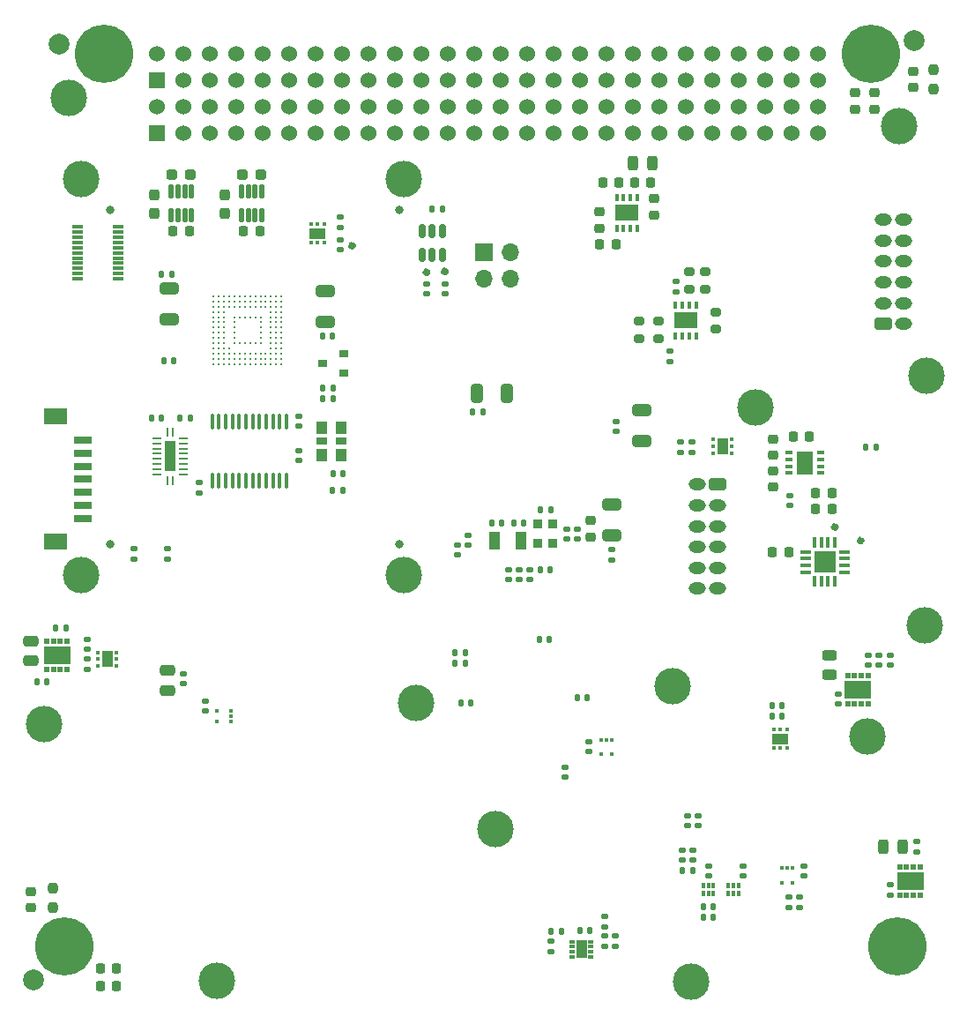
<source format=gbs>
G04 #@! TF.GenerationSoftware,KiCad,Pcbnew,7.0.0-da2b9df05c~171~ubuntu22.04.1*
G04 #@! TF.CreationDate,2023-04-04T23:18:37+03:00*
G04 #@! TF.ProjectId,satnogs-comms,7361746e-6f67-4732-9d63-6f6d6d732e6b,rev?*
G04 #@! TF.SameCoordinates,PX4eb9cf0PY82ce540*
G04 #@! TF.FileFunction,Soldermask,Bot*
G04 #@! TF.FilePolarity,Negative*
%FSLAX46Y46*%
G04 Gerber Fmt 4.6, Leading zero omitted, Abs format (unit mm)*
G04 Created by KiCad (PCBNEW 7.0.0-da2b9df05c~171~ubuntu22.04.1) date 2023-04-04 23:18:37*
%MOMM*%
%LPD*%
G01*
G04 APERTURE LIST*
G04 Aperture macros list*
%AMRoundRect*
0 Rectangle with rounded corners*
0 $1 Rounding radius*
0 $2 $3 $4 $5 $6 $7 $8 $9 X,Y pos of 4 corners*
0 Add a 4 corners polygon primitive as box body*
4,1,4,$2,$3,$4,$5,$6,$7,$8,$9,$2,$3,0*
0 Add four circle primitives for the rounded corners*
1,1,$1+$1,$2,$3*
1,1,$1+$1,$4,$5*
1,1,$1+$1,$6,$7*
1,1,$1+$1,$8,$9*
0 Add four rect primitives between the rounded corners*
20,1,$1+$1,$2,$3,$4,$5,0*
20,1,$1+$1,$4,$5,$6,$7,0*
20,1,$1+$1,$6,$7,$8,$9,0*
20,1,$1+$1,$8,$9,$2,$3,0*%
%AMOutline4P*
0 Free polygon, 4 corners , with rotation*
0 The origin of the aperture is its center*
0 number of corners: always 4*
0 $1 to $8 corner X, Y*
0 $9 Rotation angle, in degrees counterclockwise*
0 create outline with 4 corners*
4,1,4,$1,$2,$3,$4,$5,$6,$7,$8,$1,$2,$9*%
G04 Aperture macros list end*
%ADD10C,0.600000*%
%ADD11R,1.524000X1.524000*%
%ADD12C,1.524000*%
%ADD13C,5.600000*%
%ADD14C,3.500000*%
%ADD15R,1.700000X1.700000*%
%ADD16O,1.700000X1.700000*%
%ADD17C,0.800000*%
%ADD18RoundRect,0.250000X-0.575000X0.350000X-0.575000X-0.350000X0.575000X-0.350000X0.575000X0.350000X0*%
%ADD19O,1.650000X1.200000*%
%ADD20RoundRect,0.250000X0.575000X-0.350000X0.575000X0.350000X-0.575000X0.350000X-0.575000X-0.350000X0*%
%ADD21RoundRect,0.147500X0.172500X-0.147500X0.172500X0.147500X-0.172500X0.147500X-0.172500X-0.147500X0*%
%ADD22RoundRect,0.147500X-0.147500X-0.172500X0.147500X-0.172500X0.147500X0.172500X-0.147500X0.172500X0*%
%ADD23RoundRect,0.087500X-0.425000X-0.087500X0.425000X-0.087500X0.425000X0.087500X-0.425000X0.087500X0*%
%ADD24RoundRect,0.087500X-0.087500X-0.425000X0.087500X-0.425000X0.087500X0.425000X-0.087500X0.425000X0*%
%ADD25R,2.100000X2.100000*%
%ADD26RoundRect,0.218750X-0.218750X-0.256250X0.218750X-0.256250X0.218750X0.256250X-0.218750X0.256250X0*%
%ADD27RoundRect,0.237500X0.287500X0.237500X-0.287500X0.237500X-0.287500X-0.237500X0.287500X-0.237500X0*%
%ADD28RoundRect,0.237500X0.237500X-0.287500X0.237500X0.287500X-0.237500X0.287500X-0.237500X-0.287500X0*%
%ADD29C,0.240000*%
%ADD30RoundRect,0.218750X0.256250X-0.218750X0.256250X0.218750X-0.256250X0.218750X-0.256250X-0.218750X0*%
%ADD31RoundRect,0.218750X0.218750X0.256250X-0.218750X0.256250X-0.218750X-0.256250X0.218750X-0.256250X0*%
%ADD32RoundRect,0.075000X-0.075000X0.275000X-0.075000X-0.275000X0.075000X-0.275000X0.075000X0.275000X0*%
%ADD33R,2.300000X1.500000*%
%ADD34RoundRect,0.147500X0.147500X0.172500X-0.147500X0.172500X-0.147500X-0.172500X0.147500X-0.172500X0*%
%ADD35RoundRect,0.250000X-0.650000X0.325000X-0.650000X-0.325000X0.650000X-0.325000X0.650000X0.325000X0*%
%ADD36RoundRect,0.147500X-0.172500X0.147500X-0.172500X-0.147500X0.172500X-0.147500X0.172500X0.147500X0*%
%ADD37RoundRect,0.250000X0.325000X0.650000X-0.325000X0.650000X-0.325000X-0.650000X0.325000X-0.650000X0*%
%ADD38RoundRect,0.218750X-0.256250X0.218750X-0.256250X-0.218750X0.256250X-0.218750X0.256250X0.218750X0*%
%ADD39R,1.000000X1.800000*%
%ADD40RoundRect,0.250000X0.650000X-0.325000X0.650000X0.325000X-0.650000X0.325000X-0.650000X-0.325000X0*%
%ADD41R,0.470000X0.560000*%
%ADD42C,1.000000*%
%ADD43R,2.520000X1.700000*%
%ADD44RoundRect,0.243750X0.243750X0.456250X-0.243750X0.456250X-0.243750X-0.456250X0.243750X-0.456250X0*%
%ADD45RoundRect,0.140000X0.140000X0.170000X-0.140000X0.170000X-0.140000X-0.170000X0.140000X-0.170000X0*%
%ADD46RoundRect,0.135000X-0.135000X-0.185000X0.135000X-0.185000X0.135000X0.185000X-0.135000X0.185000X0*%
%ADD47RoundRect,0.135000X-0.185000X0.135000X-0.185000X-0.135000X0.185000X-0.135000X0.185000X0.135000X0*%
%ADD48RoundRect,0.093750X0.093750X0.106250X-0.093750X0.106250X-0.093750X-0.106250X0.093750X-0.106250X0*%
%ADD49R,1.000000X1.600000*%
%ADD50RoundRect,0.093750X0.106250X-0.093750X0.106250X0.093750X-0.106250X0.093750X-0.106250X-0.093750X0*%
%ADD51R,1.600000X1.000000*%
%ADD52R,0.300000X0.450000*%
%ADD53RoundRect,0.243750X-0.456250X0.243750X-0.456250X-0.243750X0.456250X-0.243750X0.456250X0.243750X0*%
%ADD54RoundRect,0.135000X0.185000X-0.135000X0.185000X0.135000X-0.185000X0.135000X-0.185000X-0.135000X0*%
%ADD55RoundRect,0.075000X-0.275000X-0.075000X0.275000X-0.075000X0.275000X0.075000X-0.275000X0.075000X0*%
%ADD56R,1.500000X2.300000*%
%ADD57RoundRect,0.140000X0.170000X-0.140000X0.170000X0.140000X-0.170000X0.140000X-0.170000X-0.140000X0*%
%ADD58R,0.300000X0.520000*%
%ADD59R,0.300000X0.490000*%
%ADD60R,0.500000X0.300000*%
%ADD61R,1.050000X1.750000*%
%ADD62RoundRect,0.243750X-0.243750X-0.456250X0.243750X-0.456250X0.243750X0.456250X-0.243750X0.456250X0*%
%ADD63R,1.800000X0.700000*%
%ADD64R,2.200000X1.600000*%
%ADD65R,0.900000X0.800000*%
%ADD66RoundRect,0.135000X0.135000X0.185000X-0.135000X0.185000X-0.135000X-0.185000X0.135000X-0.185000X0*%
%ADD67RoundRect,0.100000X-0.100000X0.637500X-0.100000X-0.637500X0.100000X-0.637500X0.100000X0.637500X0*%
%ADD68RoundRect,0.125000X0.125000X-0.537500X0.125000X0.537500X-0.125000X0.537500X-0.125000X-0.537500X0*%
%ADD69R,0.450000X0.300000*%
%ADD70RoundRect,0.250000X-0.475000X0.250000X-0.475000X-0.250000X0.475000X-0.250000X0.475000X0.250000X0*%
%ADD71RoundRect,0.237500X-0.237500X0.250000X-0.237500X-0.250000X0.237500X-0.250000X0.237500X0.250000X0*%
%ADD72RoundRect,0.237500X0.237500X-0.250000X0.237500X0.250000X-0.237500X0.250000X-0.237500X-0.250000X0*%
%ADD73RoundRect,0.200000X0.275000X-0.200000X0.275000X0.200000X-0.275000X0.200000X-0.275000X-0.200000X0*%
%ADD74C,0.050000*%
%ADD75RoundRect,0.200000X-0.275000X0.200000X-0.275000X-0.200000X0.275000X-0.200000X0.275000X0.200000X0*%
%ADD76C,2.000000*%
%ADD77RoundRect,0.225000X-0.225000X-0.250000X0.225000X-0.250000X0.225000X0.250000X-0.225000X0.250000X0*%
%ADD78R,1.000000X0.300000*%
%ADD79RoundRect,0.140000X-0.140000X-0.170000X0.140000X-0.170000X0.140000X0.170000X-0.140000X0.170000X0*%
%ADD80RoundRect,0.225000X-0.250000X0.225000X-0.250000X-0.225000X0.250000X-0.225000X0.250000X0.225000X0*%
%ADD81Outline4P,-0.450000X-0.400000X0.450000X-0.400000X0.450000X0.400000X-0.450000X0.400000X270.000000*%
%ADD82RoundRect,0.225000X0.250000X-0.225000X0.250000X0.225000X-0.250000X0.225000X-0.250000X-0.225000X0*%
%ADD83RoundRect,0.140000X-0.170000X0.140000X-0.170000X-0.140000X0.170000X-0.140000X0.170000X0.140000X0*%
%ADD84R,0.240000X0.900000*%
%ADD85R,0.900000X0.240000*%
%ADD86R,1.000000X2.900000*%
%ADD87R,1.000000X1.300000*%
%ADD88R,1.000000X0.700000*%
%ADD89RoundRect,0.150000X-0.150000X0.512500X-0.150000X-0.512500X0.150000X-0.512500X0.150000X0.512500X0*%
G04 APERTURE END LIST*
D10*
X79195600Y45339000D02*
G75*
G03*
X79195600Y45339000I-100000J0D01*
G01*
X32815200Y72339200D02*
G75*
G03*
X32815200Y72339200I-100000J0D01*
G01*
X41730600Y69875400D02*
G75*
G03*
X41730600Y69875400I-100000J0D01*
G01*
X39978000Y69799200D02*
G75*
G03*
X39978000Y69799200I-100000J0D01*
G01*
X81659400Y44043600D02*
G75*
G03*
X81659400Y44043600I-100000J0D01*
G01*
D11*
X13969999Y83184999D03*
D12*
X13970000Y85725000D03*
X16510000Y83185000D03*
X16510000Y85725000D03*
X19050000Y83185000D03*
X19050000Y85725000D03*
X21590000Y83185000D03*
X21590000Y85725000D03*
X24130000Y83185000D03*
X24130000Y85725000D03*
X26670000Y83185000D03*
X26670000Y85725000D03*
X29210000Y83185000D03*
X29210000Y85725000D03*
X31750000Y83185000D03*
X31750000Y85725000D03*
X34290000Y83185000D03*
X34290000Y85725000D03*
X36830000Y83185000D03*
X36830000Y85725000D03*
X39370000Y83185000D03*
X39370000Y85725000D03*
X41910000Y83185000D03*
X41910000Y85725000D03*
X44450000Y83185000D03*
X44450000Y85725000D03*
X46990000Y83185000D03*
X46990000Y85725000D03*
X49530000Y83185000D03*
X49530000Y85725000D03*
X52070000Y83185000D03*
X52070000Y85725000D03*
X54610000Y83185000D03*
X54610000Y85725000D03*
X57150000Y83185000D03*
X57150000Y85725000D03*
X59690000Y83185000D03*
X59690000Y85725000D03*
X62230000Y83185000D03*
X62230000Y85725000D03*
X64770000Y83185000D03*
X64770000Y85725000D03*
X67310000Y83185000D03*
X67310000Y85725000D03*
X69850000Y83185000D03*
X69850000Y85725000D03*
X72390000Y83185000D03*
X72390000Y85725000D03*
X74930000Y83185000D03*
X74930000Y85725000D03*
X77470000Y83185000D03*
X77470000Y85725000D03*
D11*
X13969999Y88264999D03*
D12*
X13970000Y90805000D03*
X16510000Y88265000D03*
X16510000Y90805000D03*
X19050000Y88265000D03*
X19050000Y90805000D03*
X21590000Y88265000D03*
X21590000Y90805000D03*
X24130000Y88265000D03*
X24130000Y90805000D03*
X26670000Y88265000D03*
X26670000Y90805000D03*
X29210000Y88265000D03*
X29210000Y90805000D03*
X31750000Y88265000D03*
X31750000Y90805000D03*
X34290000Y88265000D03*
X34290000Y90805000D03*
X36830000Y88265000D03*
X36830000Y90805000D03*
X39370000Y88265000D03*
X39370000Y90805000D03*
X41910000Y88265000D03*
X41910000Y90805000D03*
X44450000Y88265000D03*
X44450000Y90805000D03*
X46990000Y88265000D03*
X46990000Y90805000D03*
X49530000Y88265000D03*
X49530000Y90805000D03*
X52070000Y88265000D03*
X52070000Y90805000D03*
X54610000Y88265000D03*
X54610000Y90805000D03*
X57150000Y88265000D03*
X57150000Y90805000D03*
X59690000Y88265000D03*
X59690000Y90805000D03*
X62230000Y88265000D03*
X62230000Y90805000D03*
X64770000Y88265000D03*
X64770000Y90805000D03*
X67310000Y88265000D03*
X67310000Y90805000D03*
X69850000Y88265000D03*
X69850000Y90805000D03*
X72390000Y88265000D03*
X72390000Y90805000D03*
X74930000Y88265000D03*
X74930000Y90805000D03*
X77470000Y88265000D03*
X77470000Y90805000D03*
D13*
X82550000Y90805000D03*
X85090000Y5080000D03*
X5080000Y5080000D03*
X8890000Y90805000D03*
D14*
X82240000Y25220000D03*
D15*
X45364999Y71684999D03*
D16*
X47904999Y71684999D03*
X45364999Y69144999D03*
X47904999Y69144999D03*
D14*
X6687200Y40767000D03*
X37687200Y40767000D03*
D17*
X9487200Y43717000D03*
X37287200Y43717000D03*
X9487200Y75817000D03*
X37287200Y75817000D03*
D14*
X6687200Y78767000D03*
X37687200Y78767000D03*
D18*
X67843400Y49428400D03*
D19*
X65843399Y49428399D03*
X67843399Y47428399D03*
X65843399Y47428399D03*
X67843399Y45428399D03*
X65843399Y45428399D03*
X67843399Y43428399D03*
X65843399Y43428399D03*
X67843399Y41428399D03*
X65843399Y41428399D03*
X67843399Y39428399D03*
X65843399Y39428399D03*
D14*
X3175000Y26416000D03*
X5486000Y86512000D03*
X19750000Y1750000D03*
X38862000Y28448000D03*
X46482000Y16383000D03*
X63500000Y30099000D03*
X65250000Y1730000D03*
X71437000Y56832000D03*
X82245000Y25222000D03*
X85270000Y83830000D03*
X87757000Y35877000D03*
X87884000Y59880000D03*
D20*
X83725000Y64850000D03*
D19*
X85724999Y64849999D03*
X83724999Y66849999D03*
X85724999Y66849999D03*
X83724999Y68849999D03*
X85724999Y68849999D03*
X83724999Y70849999D03*
X85724999Y70849999D03*
X83724999Y72849999D03*
X85724999Y72849999D03*
X83724999Y74849999D03*
X85724999Y74849999D03*
D21*
X43865800Y43609400D03*
X43865800Y44579400D03*
D22*
X50797600Y41275000D03*
X51767600Y41275000D03*
D23*
X76267000Y41004500D03*
X76267000Y41654500D03*
X76267000Y42304500D03*
X76267000Y42954500D03*
D24*
X77154500Y43842000D03*
X77804500Y43842000D03*
X78454500Y43842000D03*
X79104500Y43842000D03*
D23*
X79992000Y42954500D03*
X79992000Y42304500D03*
X79992000Y41654500D03*
X79992000Y41004500D03*
D24*
X79104500Y40117000D03*
X78454500Y40117000D03*
X77804500Y40117000D03*
X77154500Y40117000D03*
D25*
X78129499Y41979499D03*
D26*
X15514500Y73772600D03*
X17089500Y73772600D03*
D27*
X23933500Y79172600D03*
X22183500Y79172600D03*
D28*
X20508500Y75452000D03*
X20508500Y77202000D03*
D27*
X17177000Y79172600D03*
X15427000Y79172600D03*
D28*
X13752000Y75447600D03*
X13752000Y77197600D03*
D26*
X22271000Y73772600D03*
X23846000Y73772600D03*
D29*
X19438000Y60996400D03*
X20438000Y60996400D03*
X20938000Y60996400D03*
X21438000Y60996400D03*
X21938000Y60996400D03*
X22438000Y60996400D03*
X22938000Y60996400D03*
X23438000Y60996400D03*
X23938000Y60996400D03*
X24438000Y60996400D03*
X24938000Y60996400D03*
X25438000Y60996400D03*
X25938000Y60996400D03*
X19438000Y61496400D03*
X19938000Y61496400D03*
X19938000Y60996400D03*
X20438000Y61496400D03*
X20938000Y61496400D03*
X21438000Y61496400D03*
X21938000Y61496400D03*
X22438000Y61496400D03*
X22938000Y61496400D03*
X23438000Y61496400D03*
X23938000Y61496400D03*
X24438000Y61496400D03*
X24938000Y61496400D03*
X25438000Y61496400D03*
X25938000Y61496400D03*
X19438000Y61996400D03*
X19938000Y61996400D03*
X20438000Y61996400D03*
X20938000Y62496400D03*
X20938000Y61996400D03*
X21438000Y61996400D03*
X21938000Y61996400D03*
X22438000Y61996400D03*
X22938000Y61996400D03*
X23438000Y61996400D03*
X23938000Y61996400D03*
X24438000Y61996400D03*
X24938000Y61996400D03*
X25438000Y61996400D03*
X25938000Y61996400D03*
X19438000Y62496400D03*
X19938000Y62496400D03*
X20438000Y62496400D03*
X24938000Y62496400D03*
X25438000Y62496400D03*
X25938000Y62496400D03*
X19438000Y62996400D03*
X19938000Y62996400D03*
X20438000Y62996400D03*
X21438000Y62996400D03*
X21938000Y62996400D03*
X22438000Y62996400D03*
X22938000Y62996400D03*
X23438000Y62996400D03*
X23938000Y62996400D03*
X24938000Y62996400D03*
X25438000Y62996400D03*
X25938000Y62996400D03*
X19438000Y63496400D03*
X19938000Y63496400D03*
X20438000Y63496400D03*
X21438000Y63496400D03*
X23938000Y63496400D03*
X24938000Y63496400D03*
X25438000Y63496400D03*
X25938000Y63496400D03*
X19438000Y63996400D03*
X19938000Y63996400D03*
X20438000Y63996400D03*
X21438000Y63996400D03*
X23938000Y63996400D03*
X24938000Y63996400D03*
X25438000Y63996400D03*
X25938000Y63996400D03*
X19438000Y64496400D03*
X19938000Y64496400D03*
X20438000Y64496400D03*
X21438000Y64496400D03*
X23938000Y64496400D03*
X24938000Y64496400D03*
X25438000Y64496400D03*
X25938000Y64496400D03*
X19438000Y64996400D03*
X19938000Y64996400D03*
X20438000Y64996400D03*
X21438000Y64996400D03*
X23938000Y64996400D03*
X24938000Y64996400D03*
X25438000Y64996400D03*
X25938000Y64996400D03*
X19438000Y65496400D03*
X19938000Y65496400D03*
X20438000Y65496400D03*
X21438000Y65496400D03*
X21938000Y65496400D03*
X22438000Y65496400D03*
X22938000Y65496400D03*
X23438000Y65496400D03*
X23938000Y65496400D03*
X24938000Y65496400D03*
X25438000Y65496400D03*
X25938000Y65496400D03*
X19438000Y65996400D03*
X19938000Y65996400D03*
X20438000Y65996400D03*
X24938000Y65996400D03*
X25438000Y65996400D03*
X25938000Y65996400D03*
X19438000Y66496400D03*
X19938000Y66496400D03*
X20438000Y66496400D03*
X20938000Y66496400D03*
X21438000Y66496400D03*
X21938000Y66496400D03*
X22438000Y66496400D03*
X22938000Y66496400D03*
X23438000Y66496400D03*
X23938000Y66496400D03*
X24438000Y66496400D03*
X24938000Y66496400D03*
X25438000Y66496400D03*
X25938000Y66496400D03*
X19438000Y66996400D03*
X19938000Y67496400D03*
X19938000Y66996400D03*
X20438000Y66996400D03*
X20938000Y66996400D03*
X21438000Y66996400D03*
X21938000Y66996400D03*
X22438000Y66996400D03*
X22938000Y66996400D03*
X23438000Y66996400D03*
X23938000Y66996400D03*
X24438000Y66996400D03*
X24938000Y66996400D03*
X25438000Y66996400D03*
X25938000Y66996400D03*
X19438000Y67496400D03*
X20438000Y67496400D03*
X20938000Y67496400D03*
X21438000Y67496400D03*
X21938000Y67496400D03*
X22438000Y67496400D03*
X22938000Y67496400D03*
X23438000Y67496400D03*
X23938000Y67496400D03*
X24438000Y67496400D03*
X24938000Y67496400D03*
X25438000Y67496400D03*
X25938000Y67496400D03*
D26*
X56810200Y78414900D03*
X58385200Y78414900D03*
D30*
X56489600Y74015500D03*
X56489600Y75590500D03*
D31*
X58064500Y72491600D03*
X56489500Y72491600D03*
X61433200Y78414900D03*
X59858200Y78414900D03*
D32*
X58138700Y76994900D03*
X58788700Y76994900D03*
X59438700Y76994900D03*
X60088700Y76994900D03*
X60088700Y73994900D03*
X59438700Y73994900D03*
X58788700Y73994900D03*
X58138700Y73994900D03*
D33*
X59113699Y75494899D03*
D30*
X61722000Y75310900D03*
X61722000Y76885900D03*
D34*
X15618600Y61301200D03*
X14648600Y61301200D03*
D22*
X29888600Y63638000D03*
X30858600Y63638000D03*
D35*
X15133600Y68211800D03*
X15133600Y65261800D03*
D36*
X58089800Y55476000D03*
X58089800Y54506000D03*
D22*
X14420000Y69607000D03*
X15390000Y69607000D03*
D35*
X30145000Y67959600D03*
X30145000Y65009600D03*
D36*
X57658000Y43157000D03*
X57658000Y42187000D03*
D21*
X42875200Y42646600D03*
X42875200Y43616600D03*
D22*
X44297600Y56438800D03*
X45267600Y56438800D03*
D35*
X60528200Y56593000D03*
X60528200Y53643000D03*
D37*
X47626800Y58166000D03*
X44676800Y58166000D03*
D38*
X55659400Y45982100D03*
X55659400Y44407100D03*
D36*
X27635200Y55984000D03*
X27635200Y55014000D03*
D39*
X46425799Y44001999D03*
X48925799Y44001999D03*
D22*
X50823000Y46990000D03*
X51793000Y46990000D03*
D34*
X49227600Y45702000D03*
X48257600Y45702000D03*
D21*
X54406800Y44168200D03*
X54406800Y45138200D03*
D36*
X53390800Y45138200D03*
X53390800Y44168200D03*
D40*
X57658000Y44549800D03*
X57658000Y47499800D03*
D36*
X47726600Y41277400D03*
X47726600Y40307400D03*
D34*
X47094000Y45702000D03*
X46124000Y45702000D03*
D36*
X49758600Y41277400D03*
X49758600Y40307400D03*
X48742600Y41277400D03*
X48742600Y40307400D03*
D26*
X73075700Y42951400D03*
X74650700Y42951400D03*
D41*
X3399599Y34399999D03*
X4049599Y34399999D03*
X4699599Y34399999D03*
X5349599Y34399999D03*
X5349599Y31659999D03*
X4699599Y31659999D03*
X4049599Y31659999D03*
X3399599Y31659999D03*
D42*
X3866600Y33030000D03*
D43*
X4399999Y33029999D03*
D42*
X4933400Y33030000D03*
D34*
X3400000Y30460000D03*
X2430000Y30460000D03*
D22*
X4257320Y35671760D03*
X5227320Y35671760D03*
D44*
X61600600Y80270100D03*
X59725600Y80270100D03*
D45*
X55559900Y6629400D03*
X54599900Y6629400D03*
D46*
X51852100Y6540500D03*
X52872100Y6540500D03*
D47*
X51854100Y5577300D03*
X51854100Y4557300D03*
D21*
X74701400Y8839200D03*
X74701400Y9809200D03*
X75692000Y8839200D03*
X75692000Y9809200D03*
D36*
X7315200Y34584500D03*
X7315200Y33614500D03*
D21*
X7315200Y31684100D03*
X7315200Y32654100D03*
D48*
X10125300Y33312600D03*
X10125300Y32662600D03*
X10125300Y32012600D03*
X8350300Y32012600D03*
X8350300Y32662600D03*
X8350300Y33312600D03*
D49*
X9237799Y32662599D03*
D21*
X64452500Y13383400D03*
X64452500Y14353400D03*
X65963800Y16685400D03*
X65963800Y17655400D03*
D22*
X64475500Y12395200D03*
X65445500Y12395200D03*
D36*
X65468500Y14353400D03*
X65468500Y13383400D03*
D21*
X64947800Y16685400D03*
X64947800Y17655400D03*
D50*
X74508700Y24119800D03*
X73858700Y24119800D03*
X73208700Y24119800D03*
X73208700Y25894800D03*
X73858700Y25894800D03*
X74508700Y25894800D03*
D51*
X73858699Y25007299D03*
D22*
X73048000Y27178000D03*
X74018000Y27178000D03*
X73048000Y28168600D03*
X74018000Y28168600D03*
D41*
X85337199Y12747599D03*
X85987199Y12747599D03*
X86637199Y12747599D03*
X87287199Y12747599D03*
X87287199Y10007599D03*
X86637199Y10007599D03*
X85987199Y10007599D03*
X85337199Y10007599D03*
D42*
X85804200Y11377600D03*
D43*
X86337599Y11377599D03*
D42*
X86871000Y11377600D03*
D21*
X84391500Y10024320D03*
X84391500Y10994320D03*
X86944200Y14179620D03*
X86944200Y15149620D03*
D52*
X56675399Y24931599D03*
X57175399Y24931599D03*
X57675399Y24931599D03*
X57675399Y23531599D03*
X56675399Y23531599D03*
D34*
X55323600Y28956000D03*
X54353600Y28956000D03*
X51666000Y34544000D03*
X50696000Y34544000D03*
D22*
X42618800Y33248600D03*
X43588800Y33248600D03*
X42618800Y32258000D03*
X43588800Y32258000D03*
X43175200Y28448000D03*
X44145200Y28448000D03*
D34*
X67414000Y8890000D03*
X66444000Y8890000D03*
D22*
X66444000Y7899400D03*
X67414000Y7899400D03*
D21*
X79451200Y28333700D03*
X79451200Y29303700D03*
X82296000Y32077800D03*
X82296000Y33047800D03*
D53*
X78613000Y33068500D03*
X78613000Y31193500D03*
D41*
X80330599Y31080099D03*
X80980599Y31080099D03*
X81630599Y31080099D03*
X82280599Y31080099D03*
X82280599Y28340099D03*
X81630599Y28340099D03*
X80980599Y28340099D03*
X80330599Y28340099D03*
D42*
X80797600Y29710100D03*
D43*
X81330999Y29710099D03*
D42*
X81864400Y29710100D03*
D21*
X83350100Y32077800D03*
X83350100Y33047800D03*
X84416900Y32077800D03*
X84416900Y33047800D03*
X53220000Y21315000D03*
X53220000Y22285000D03*
D36*
X55499000Y24744400D03*
X55499000Y23774400D03*
D47*
X57023000Y6072600D03*
X57023000Y5052600D03*
X57023000Y8003000D03*
X57023000Y6983000D03*
D54*
X58013600Y5052600D03*
X58013600Y6072600D03*
D48*
X69187500Y53750000D03*
X69187500Y53100000D03*
X69187500Y52450000D03*
X67412500Y52450000D03*
X67412500Y53100000D03*
X67412500Y53750000D03*
D49*
X68299999Y53099999D03*
D21*
X65350000Y52515000D03*
X65350000Y53485000D03*
X64300000Y52515000D03*
X64300000Y53485000D03*
D30*
X73152000Y49187000D03*
X73152000Y50762000D03*
D31*
X78829000Y48641000D03*
X77254000Y48641000D03*
D26*
X77254000Y47117000D03*
X78829000Y47117000D03*
D38*
X73152000Y53810000D03*
X73152000Y52235000D03*
D55*
X74700000Y50523500D03*
X74700000Y51173500D03*
X74700000Y51823500D03*
X74700000Y52473500D03*
X77700000Y52473500D03*
X77700000Y51823500D03*
X77700000Y51173500D03*
X77700000Y50523500D03*
D56*
X76199999Y51498499D03*
D31*
X76677500Y54016500D03*
X75102500Y54016500D03*
D36*
X74752200Y48364000D03*
X74752200Y47394000D03*
D57*
X66941700Y11839000D03*
X66941700Y12799000D03*
X76133200Y11861800D03*
X76133200Y12821800D03*
D58*
X69854699Y10186199D03*
X69354699Y10186199D03*
X68854699Y10186199D03*
D59*
X68854699Y10936199D03*
X69354699Y10936199D03*
X69854699Y10936199D03*
D60*
X55675099Y5550599D03*
X55675099Y5050599D03*
X55675099Y4550599D03*
X55675099Y4050599D03*
X53875099Y4050599D03*
X53875099Y4550599D03*
X53875099Y5050599D03*
X53875099Y5550599D03*
D61*
X54775099Y4800599D03*
D52*
X73990199Y12626799D03*
X74490199Y12626799D03*
X74990199Y12626799D03*
X74990199Y11226799D03*
X73990199Y11226799D03*
D58*
X67441699Y10186199D03*
X66941699Y10186199D03*
X66441699Y10186199D03*
D59*
X66441699Y10936199D03*
X66941699Y10936199D03*
X67441699Y10936199D03*
D57*
X70256400Y11839000D03*
X70256400Y12799000D03*
D62*
X83746100Y14690020D03*
X85621100Y14690020D03*
D57*
X27635200Y51742400D03*
X27635200Y52702400D03*
D63*
X6908799Y46186399D03*
X6908799Y47436399D03*
X6908799Y48686399D03*
X6908799Y49936399D03*
X6908799Y51186399D03*
X6908799Y52436399D03*
X6908799Y53686399D03*
D64*
X4208799Y43936399D03*
X4208799Y55936399D03*
D65*
X31890999Y62012399D03*
X31890999Y60112399D03*
X29890999Y61062399D03*
D46*
X29891000Y57669000D03*
X30911000Y57669000D03*
D66*
X30911000Y58685000D03*
X29891000Y58685000D03*
D67*
X19280200Y55476900D03*
X19930200Y55476900D03*
X20580200Y55476900D03*
X21230200Y55476900D03*
X21880200Y55476900D03*
X22530200Y55476900D03*
X23180200Y55476900D03*
X23830200Y55476900D03*
X24480200Y55476900D03*
X25130200Y55476900D03*
X25780200Y55476900D03*
X26430200Y55476900D03*
X26430200Y49751900D03*
X25780200Y49751900D03*
X25130200Y49751900D03*
X24480200Y49751900D03*
X23830200Y49751900D03*
X23180200Y49751900D03*
X22530200Y49751900D03*
X21880200Y49751900D03*
X21230200Y49751900D03*
X20580200Y49751900D03*
X19930200Y49751900D03*
X19280200Y49751900D03*
D54*
X18029200Y48599200D03*
X18029200Y49619200D03*
D68*
X24050000Y75262500D03*
X23400000Y75262500D03*
X22750000Y75262500D03*
X22100000Y75262500D03*
X22100000Y77537500D03*
X22750000Y77537500D03*
X23400000Y77537500D03*
X24050000Y77537500D03*
X17300000Y75287500D03*
X16650000Y75287500D03*
X16000000Y75287500D03*
X15350000Y75287500D03*
X15350000Y77562500D03*
X16000000Y77562500D03*
X16650000Y77562500D03*
X17300000Y77562500D03*
D69*
X21129999Y27659999D03*
X21129999Y27159999D03*
X21129999Y26659999D03*
X19729999Y26659999D03*
X19729999Y27659999D03*
D57*
X31567400Y71946400D03*
X31567400Y72906400D03*
D70*
X15011400Y31557000D03*
X15011400Y29657000D03*
D71*
X88550000Y89212500D03*
X88550000Y87387500D03*
D50*
X30083800Y72631100D03*
X29433800Y72631100D03*
X28783800Y72631100D03*
X28783800Y74406100D03*
X29433800Y74406100D03*
X30083800Y74406100D03*
D51*
X29433799Y73518599D03*
D72*
X4000000Y8837500D03*
X4000000Y10662500D03*
D66*
X31879000Y48869600D03*
X30859000Y48869600D03*
D73*
X62179200Y63462400D03*
X62179200Y65112400D03*
D74*
X79095600Y45339000D03*
D70*
X1850000Y34410000D03*
X1850000Y32510000D03*
D46*
X82090000Y53000000D03*
X83110000Y53000000D03*
D75*
X65125600Y69849000D03*
X65125600Y68199000D03*
D76*
X86700000Y92000000D03*
D57*
X31567400Y74130800D03*
X31567400Y75090800D03*
D54*
X15000000Y42240000D03*
X15000000Y43260000D03*
D77*
X8525000Y2950000D03*
X10075000Y2950000D03*
D32*
X63807600Y66676400D03*
X64457600Y66676400D03*
X65107600Y66676400D03*
X65757600Y66676400D03*
X65757600Y63676400D03*
X65107600Y63676400D03*
X64457600Y63676400D03*
X63807600Y63676400D03*
D33*
X64782599Y65176399D03*
D78*
X6350999Y74164399D03*
X10250999Y74164399D03*
X6350999Y73664399D03*
X10250999Y73664399D03*
X6350999Y73164399D03*
X10250999Y73164399D03*
X6350999Y72664399D03*
X10250999Y72664399D03*
X6350999Y72164399D03*
X10250999Y72164399D03*
X6350999Y71664399D03*
X10250999Y71664399D03*
X6350999Y71164399D03*
X10250999Y71164399D03*
X6350999Y70664399D03*
X10250999Y70664399D03*
X6350999Y70164399D03*
X10250999Y70164399D03*
X6350999Y69664399D03*
X10250999Y69664399D03*
X6350999Y69164399D03*
X10250999Y69164399D03*
D73*
X67700000Y64351400D03*
X67700000Y66001400D03*
D75*
X60299600Y65112400D03*
X60299600Y63462400D03*
X66624200Y69849000D03*
X66624200Y68199000D03*
D74*
X32715200Y72339200D03*
D79*
X30917000Y50469800D03*
X31877000Y50469800D03*
D74*
X41630600Y69875400D03*
D80*
X86600000Y89075000D03*
X86600000Y87525000D03*
D81*
X52033000Y45654400D03*
X52033000Y43804400D03*
X50583000Y43804400D03*
X50583000Y45654400D03*
D79*
X40439400Y75844400D03*
X41399400Y75844400D03*
X13434400Y55764000D03*
X14394400Y55764000D03*
D54*
X63830200Y67943000D03*
X63830200Y68963000D03*
D82*
X1900000Y8825000D03*
X1900000Y10375000D03*
D74*
X39878000Y69799200D03*
D47*
X63225000Y62210000D03*
X63225000Y61190000D03*
D76*
X4550000Y91700000D03*
D83*
X16510000Y31239400D03*
X16510000Y30279400D03*
D84*
X15510599Y54431799D03*
D85*
X16560599Y53881799D03*
X16560599Y53381799D03*
X16560599Y52881799D03*
X16560599Y52381799D03*
X16560599Y51881799D03*
X16560599Y51381799D03*
X16560599Y50881799D03*
X16560599Y50381799D03*
D84*
X15510599Y49831799D03*
X15010599Y49831799D03*
D85*
X13960599Y50381799D03*
X13960599Y50881799D03*
X13960599Y51381799D03*
X13960599Y51881799D03*
X13960599Y52381799D03*
X13960599Y52881799D03*
X13960599Y53381799D03*
X13960599Y53881799D03*
D84*
X15010599Y54431799D03*
D86*
X15260599Y52131799D03*
D79*
X16203000Y55764000D03*
X17163000Y55764000D03*
D74*
X81559400Y44043600D03*
D57*
X39878000Y67719000D03*
X39878000Y68679000D03*
D80*
X81000000Y87025000D03*
X81000000Y85475000D03*
D87*
X29774999Y52274999D03*
D88*
X29774999Y53574999D03*
D87*
X29774999Y54874999D03*
X31674999Y54874999D03*
D88*
X31674999Y53574999D03*
D87*
X31674999Y52274999D03*
D76*
X2150000Y1900000D03*
D83*
X18670000Y28630000D03*
X18670000Y27670000D03*
D77*
X8525000Y1300000D03*
X10075000Y1300000D03*
D54*
X11750000Y42290000D03*
X11750000Y43310000D03*
D89*
X39486800Y73730700D03*
X40436800Y73730700D03*
X41386800Y73730700D03*
X41386800Y71455700D03*
X40436800Y71455700D03*
X39486800Y71455700D03*
D57*
X41630600Y67719000D03*
X41630600Y68679000D03*
D80*
X82900000Y87025000D03*
X82900000Y85475000D03*
M02*

</source>
